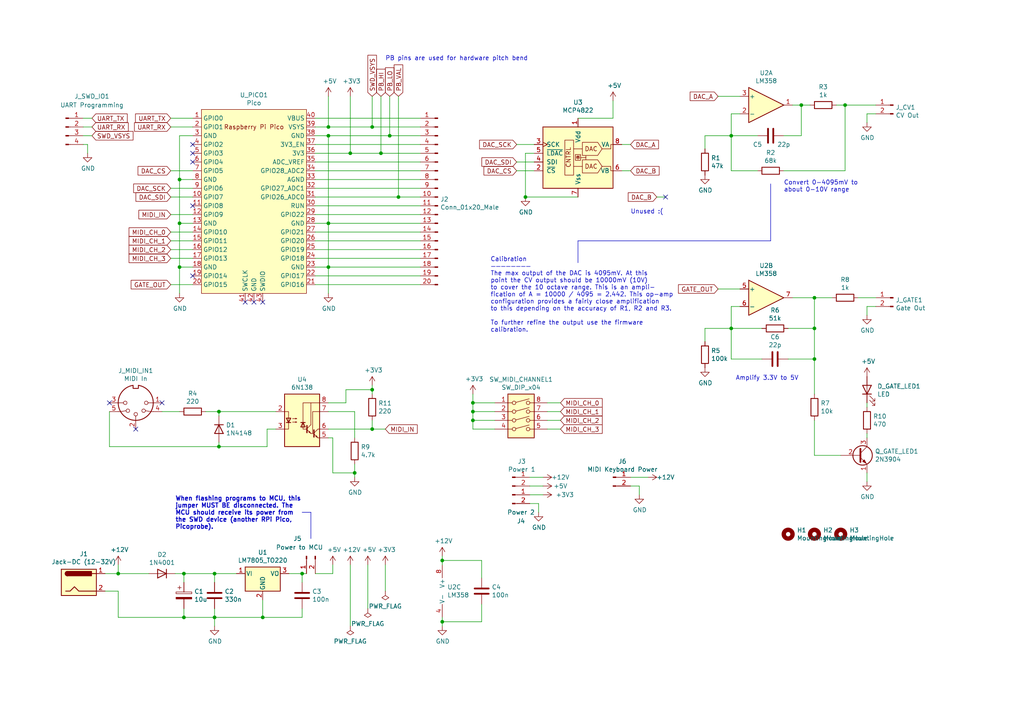
<source format=kicad_sch>
(kicad_sch (version 20230121) (generator eeschema)
  (paper "A4")
  (title_block (title "Midi to CV") (company "Shmøergh"))
  (lib_symbols
    (symbol "Amplifier_Operational:LM358" (pin_names (offset 0.127))
      (property "Reference" "U" (at 0 5.08 0))
      (property "Value" "LM358" (at 0 -5.08 0))
      (symbol "LM358_1_1"
        (pin output line (at 7.62 0 180) (length 2.54) (name "~") (number "1"))
        (pin input line (at -7.62 -2.54 0) (length 2.54) (name "-") (number "2"))
        (pin input line (at -7.62 2.54 0) (length 2.54) (name "+") (number "3"))
      )
      (symbol "LM358_2_1"
        (pin input line (at -7.62 2.54 0) (length 2.54) (name "+") (number "5"))
        (pin input line (at -7.62 -2.54 0) (length 2.54) (name "-") (number "6"))
        (pin output line (at 7.62 0 180) (length 2.54) (name "~") (number "7"))
      )
      (symbol "LM358_3_1"
        (pin power_in line (at -2.54 -7.62 90) (length 3.81) (name "V-") (number "4"))
        (pin power_in line (at -2.54 7.62 270) (length 3.81) (name "V+") (number "8"))
      )
    )
    (symbol "Analog_DAC:MCP4822" (pin_names (offset 1.016))
      (property "Reference" "U" (at -2.54 10.795 0))
      (property "Value" "MCP4822" (at -2.54 8.89 0))
      (symbol "MCP4822_0_0"
        (text "CNTRL" (at -2.032 -4.191 900) (effects (font (size 1.27 1.27)) (justify left bottom)))
        (text "DAC" (at 3.81 -3.81 0) (effects (font (size 1.27 1.27))))
        (text "DAC" (at 3.81 1.27 0) (effects (font (size 1.27 1.27))))
      )
      (symbol "MCP4822_1_1"
        (pin power_in line (at 0 10.16 270) (length 2.54) (name "Vdd") (number "1"))
        (pin input line (at -12.7 -5.08 0) (length 2.54) (name "~{CS}") (number "2"))
        (pin input clock (at -12.7 2.54 0) (length 2.54) (name "SCK") (number "3"))
        (pin input line (at -12.7 -2.54 0) (length 2.54) (name "SDI") (number "4"))
        (pin input line (at -12.7 0 0) (length 2.54) (name "~{LDAC}") (number "5"))
        (pin output line (at 12.7 -5.08 180) (length 2.54) (name "VB") (number "6"))
        (pin power_in line (at 0 -12.7 90) (length 2.54) (name "Vss") (number "7"))
        (pin output line (at 12.7 2.54 180) (length 2.54) (name "VA") (number "8"))
      )
    )
    (symbol "Connector:DIN-5_180degree" (pin_names (offset 1.016))
      (property "Reference" "J" (at 3.175 5.715 0))
      (property "Value" "DIN-5_180degree" (at 0 -6.35 0))
      (symbol "DIN-5_180degree_1_1"
        (pin passive line (at -7.62 0 0) (length 2.54) (name "~") (number "1"))
        (pin passive line (at 0 7.62 270) (length 2.54) (name "~") (number "2"))
        (pin passive line (at 7.62 0 180) (length 2.54) (name "~") (number "3"))
        (pin passive line (at -7.62 2.54 0) (length 2.54) (name "~") (number "4"))
        (pin passive line (at 7.62 2.54 180) (length 2.54) (name "~") (number "5"))
      )
    )
    (symbol "Connector:Jack-DC" (pin_names (offset 1.016))
      (property "Reference" "J" (at 0 5.334 0))
      (property "Value" "Jack-DC" (at 0 -5.08 0))
      (symbol "Jack-DC_1_1"
        (pin passive line (at 7.62 2.54 180) (length 2.54) (name "~") (number "1"))
        (pin passive line (at 7.62 -2.54 180) (length 2.54) (name "~") (number "2"))
      )
    )
    (symbol "Device:C" (pin_numbers hide) (pin_names (offset 0.254))
      (property "Reference" "C" (at 0.635 2.54 0))
      (property "Value" "C" (at 0.635 -2.54 0))
      (symbol "C_1_1"
        (pin passive line (at 0 3.81 270) (length 2.794) (name "~") (number "1"))
        (pin passive line (at 0 -3.81 90) (length 2.794) (name "~") (number "2"))
      )
    )
    (symbol "Device:D" (pin_numbers hide) (pin_names (offset 1.016) hide)
      (property "Reference" "D" (at 0 2.54 0))
      (property "Value" "D" (at 0 -2.54 0))
      (symbol "D_1_1"
        (pin passive line (at -3.81 0 0) (length 2.54) (name "K") (number "1"))
        (pin passive line (at 3.81 0 180) (length 2.54) (name "A") (number "2"))
      )
    )
    (symbol "Device:LED" (pin_numbers hide) (pin_names (offset 1.016) hide)
      (property "Reference" "D" (at 0 2.54 0))
      (property "Value" "LED" (at 0 -2.54 0))
      (symbol "LED_1_1"
        (pin passive line (at -3.81 0 0) (length 2.54) (name "K") (number "1"))
        (pin passive line (at 3.81 0 180) (length 2.54) (name "A") (number "2"))
      )
    )
    (symbol "Device:R" (pin_numbers hide) (pin_names (offset 0))
      (property "Reference" "R" (at 2.032 0 90))
      (property "Value" "R" (at 0 0 90))
      (symbol "R_1_1"
        (pin passive line (at 0 3.81 270) (length 1.27) (name "~") (number "1"))
        (pin passive line (at 0 -3.81 90) (length 1.27) (name "~") (number "2"))
      )
    )
    (symbol "Isolator:6N138" (pin_names (offset 1.016) hide)
      (property "Reference" "U" (at -4.064 8.89 0))
      (property "Value" "6N138" (at 2.286 8.89 0))
      (symbol "6N138_1_1"
        (pin no_connect line (at -5.08 5.08 0) (length 2.54) hide (name "NC") (number "1"))
        (pin passive line (at -7.62 2.54 0) (length 2.54) (name "C1") (number "2"))
        (pin passive line (at -7.62 -2.54 0) (length 2.54) (name "C2") (number "3"))
        (pin no_connect line (at -5.08 -5.08 0) (length 2.54) hide (name "NC") (number "4"))
        (pin passive line (at 7.62 -5.08 180) (length 2.54) (name "GND") (number "5"))
        (pin passive line (at 7.62 -2.54 180) (length 2.54) (name "VO2") (number "6"))
        (pin passive line (at 7.62 2.54 180) (length 2.54) (name "VO1") (number "7"))
        (pin passive line (at 7.62 5.08 180) (length 2.54) (name "VCC") (number "8"))
      )
    )
    (symbol "Mechanical:MountingHole" (pin_names (offset 1.016))
      (property "Reference" "H" (at 0 5.08 0))
      (property "Value" "MountingHole" (at 0 3.175 0))
    )
    (symbol "Regulator_Linear:LM7805_TO220" (pin_names (offset 0.254))
      (property "Reference" "U" (at -3.81 3.175 0))
      (property "Value" "LM7805_TO220" (at 0 3.175 0))
      (symbol "LM7805_TO220_1_1"
        (pin power_in line (at -7.62 0 0) (length 2.54) (name "VI") (number "1"))
        (pin power_in line (at 0 -7.62 90) (length 2.54) (name "GND") (number "2"))
        (pin power_out line (at 7.62 0 180) (length 2.54) (name "VO") (number "3"))
      )
    )
    (symbol "Switch:SW_DIP_x04" (pin_names (offset 0) hide)
      (property "Reference" "SW" (at 0 8.89 0))
      (property "Value" "SW_DIP_x04" (at 0 -6.35 0))
      (symbol "SW_DIP_x04_1_1"
        (pin passive line (at -7.62 5.08 0) (length 5.08) (name "~") (number "1"))
        (pin passive line (at -7.62 2.54 0) (length 5.08) (name "~") (number "2"))
        (pin passive line (at -7.62 0 0) (length 5.08) (name "~") (number "3"))
        (pin passive line (at -7.62 -2.54 0) (length 5.08) (name "~") (number "4"))
        (pin passive line (at 7.62 -2.54 180) (length 5.08) (name "~") (number "5"))
        (pin passive line (at 7.62 0 180) (length 5.08) (name "~") (number "6"))
        (pin passive line (at 7.62 2.54 180) (length 5.08) (name "~") (number "7"))
        (pin passive line (at 7.62 5.08 180) (length 5.08) (name "~") (number "8"))
      )
    )
    (symbol "Transistor_BJT:2N3904" (pin_names (offset 0) hide)
      (property "Reference" "Q" (at 5.08 1.905 0))
      (property "Value" "2N3904" (at 5.08 0 0))
      (symbol "2N3904_1_1"
        (pin passive line (at 2.54 -5.08 90) (length 2.54) (name "E") (number "1"))
        (pin passive line (at -5.08 0 0) (length 5.715) (name "B") (number "2"))
        (pin passive line (at 2.54 5.08 270) (length 2.54) (name "C") (number "3"))
      )
    )
    (symbol "pico-midi2cv-rescue:+3.3V-power" (power) (pin_names (offset 0))
      (property "Value" "+3.3V-power" (at 0 3.556 0))
      (symbol "+3.3V-power_1_1"
        (pin power_in line (at 0 0 90) (length 0) hide (name "+3V3") (number "1"))
      )
    )
    (symbol "pico-midi2cv-rescue:CP-Device" (pin_numbers hide) (pin_names (offset 0.254))
      (property "Reference" "C" (at 0.635 2.54 0))
      (property "Value" "Device_CP" (at 0.635 -2.54 0))
      (symbol "CP-Device_1_1"
        (pin passive line (at 0 3.81 270) (length 2.794) (name "~") (number "1"))
        (pin passive line (at 0 -3.81 90) (length 2.794) (name "~") (number "2"))
      )
    )
    (symbol "pico-midi2cv-rescue:Conn_01x02_Male-Connector" (pin_names (offset 1.016) hide)
      (property "Reference" "J" (at 0 2.54 0))
      (property "Value" "Connector_Conn_01x02_Male" (at 0 -5.08 0))
      (symbol "Conn_01x02_Male-Connector_1_1"
        (pin passive line (at 5.08 0 180) (length 3.81) (name "Pin_1") (number "1"))
        (pin passive line (at 5.08 -2.54 180) (length 3.81) (name "Pin_2") (number "2"))
      )
    )
    (symbol "pico-midi2cv-rescue:Conn_01x04_Male-Connector" (pin_names (offset 1.016) hide)
      (property "Reference" "J" (at 0 5.08 0))
      (property "Value" "Connector_Conn_01x04_Male" (at 0 -7.62 0))
      (symbol "Conn_01x04_Male-Connector_1_1"
        (pin passive line (at 5.08 2.54 180) (length 3.81) (name "Pin_1") (number "1"))
        (pin passive line (at 5.08 0 180) (length 3.81) (name "Pin_2") (number "2"))
        (pin passive line (at 5.08 -2.54 180) (length 3.81) (name "Pin_3") (number "3"))
        (pin passive line (at 5.08 -5.08 180) (length 3.81) (name "Pin_4") (number "4"))
      )
    )
    (symbol "pico-midi2cv-rescue:Conn_01x20_Male-Connector" (pin_names (offset 1.016) hide)
      (property "Reference" "J" (at 0 25.4 0))
      (property "Value" "Connector_Conn_01x20_Male" (at 0 -27.94 0))
      (symbol "Conn_01x20_Male-Connector_1_1"
        (pin passive line (at 5.08 22.86 180) (length 3.81) (name "Pin_1") (number "1"))
        (pin passive line (at 5.08 0 180) (length 3.81) (name "Pin_10") (number "10"))
        (pin passive line (at 5.08 -2.54 180) (length 3.81) (name "Pin_11") (number "11"))
        (pin passive line (at 5.08 -5.08 180) (length 3.81) (name "Pin_12") (number "12"))
        (pin passive line (at 5.08 -7.62 180) (length 3.81) (name "Pin_13") (number "13"))
        (pin passive line (at 5.08 -10.16 180) (length 3.81) (name "Pin_14") (number "14"))
        (pin passive line (at 5.08 -12.7 180) (length 3.81) (name "Pin_15") (number "15"))
        (pin passive line (at 5.08 -15.24 180) (length 3.81) (name "Pin_16") (number "16"))
        (pin passive line (at 5.08 -17.78 180) (length 3.81) (name "Pin_17") (number "17"))
        (pin passive line (at 5.08 -20.32 180) (length 3.81) (name "Pin_18") (number "18"))
        (pin passive line (at 5.08 -22.86 180) (length 3.81) (name "Pin_19") (number "19"))
        (pin passive line (at 5.08 20.32 180) (length 3.81) (name "Pin_2") (number "2"))
        (pin passive line (at 5.08 -25.4 180) (length 3.81) (name "Pin_20") (number "20"))
        (pin passive line (at 5.08 17.78 180) (length 3.81) (name "Pin_3") (number "3"))
        (pin passive line (at 5.08 15.24 180) (length 3.81) (name "Pin_4") (number "4"))
        (pin passive line (at 5.08 12.7 180) (length 3.81) (name "Pin_5") (number "5"))
        (pin passive line (at 5.08 10.16 180) (length 3.81) (name "Pin_6") (number "6"))
        (pin passive line (at 5.08 7.62 180) (length 3.81) (name "Pin_7") (number "7"))
        (pin passive line (at 5.08 5.08 180) (length 3.81) (name "Pin_8") (number "8"))
        (pin passive line (at 5.08 2.54 180) (length 3.81) (name "Pin_9") (number "9"))
      )
    )
    (symbol "pico-midi2cv-rescue:Pico-MCU_RaspberryPi_and_Boards"
      (property "Reference" "U" (at -13.97 27.94 0))
      (property "Value" "MCU_RaspberryPi_and_Boards_Pico" (at 0 19.05 0))
      (symbol "Pico-MCU_RaspberryPi_and_Boards_0_0"
        (text "Raspberry Pi Pico" (at 0 21.59 0) (effects (font (size 1.27 1.27))))
      )
      (symbol "Pico-MCU_RaspberryPi_and_Boards_1_1"
        (pin bidirectional line (at -17.78 24.13 0) (length 2.54) (name "GPIO0") (number "1"))
        (pin bidirectional line (at -17.78 1.27 0) (length 2.54) (name "GPIO7") (number "10"))
        (pin bidirectional line (at -17.78 -1.27 0) (length 2.54) (name "GPIO8") (number "11"))
        (pin bidirectional line (at -17.78 -3.81 0) (length 2.54) (name "GPIO9") (number "12"))
        (pin power_in line (at -17.78 -6.35 0) (length 2.54) (name "GND") (number "13"))
        (pin bidirectional line (at -17.78 -8.89 0) (length 2.54) (name "GPIO10") (number "14"))
        (pin bidirectional line (at -17.78 -11.43 0) (length 2.54) (name "GPIO11") (number "15"))
        (pin bidirectional line (at -17.78 -13.97 0) (length 2.54) (name "GPIO12") (number "16"))
        (pin bidirectional line (at -17.78 -16.51 0) (length 2.54) (name "GPIO13") (number "17"))
        (pin power_in line (at -17.78 -19.05 0) (length 2.54) (name "GND") (number "18"))
        (pin bidirectional line (at -17.78 -21.59 0) (length 2.54) (name "GPIO14") (number "19"))
        (pin bidirectional line (at -17.78 21.59 0) (length 2.54) (name "GPIO1") (number "2"))
        (pin bidirectional line (at -17.78 -24.13 0) (length 2.54) (name "GPIO15") (number "20"))
        (pin bidirectional line (at 17.78 -24.13 180) (length 2.54) (name "GPIO16") (number "21"))
        (pin bidirectional line (at 17.78 -21.59 180) (length 2.54) (name "GPIO17") (number "22"))
        (pin power_in line (at 17.78 -19.05 180) (length 2.54) (name "GND") (number "23"))
        (pin bidirectional line (at 17.78 -16.51 180) (length 2.54) (name "GPIO18") (number "24"))
        (pin bidirectional line (at 17.78 -13.97 180) (length 2.54) (name "GPIO19") (number "25"))
        (pin bidirectional line (at 17.78 -11.43 180) (length 2.54) (name "GPIO20") (number "26"))
        (pin bidirectional line (at 17.78 -8.89 180) (length 2.54) (name "GPIO21") (number "27"))
        (pin power_in line (at 17.78 -6.35 180) (length 2.54) (name "GND") (number "28"))
        (pin bidirectional line (at 17.78 -3.81 180) (length 2.54) (name "GPIO22") (number "29"))
        (pin power_in line (at -17.78 19.05 0) (length 2.54) (name "GND") (number "3"))
        (pin input line (at 17.78 -1.27 180) (length 2.54) (name "RUN") (number "30"))
        (pin bidirectional line (at 17.78 1.27 180) (length 2.54) (name "GPIO26_ADC0") (number "31"))
        (pin bidirectional line (at 17.78 3.81 180) (length 2.54) (name "GPIO27_ADC1") (number "32"))
        (pin power_in line (at 17.78 6.35 180) (length 2.54) (name "AGND") (number "33"))
        (pin bidirectional line (at 17.78 8.89 180) (length 2.54) (name "GPIO28_ADC2") (number "34"))
        (pin power_in line (at 17.78 11.43 180) (length 2.54) (name "ADC_VREF") (number "35"))
        (pin power_in line (at 17.78 13.97 180) (length 2.54) (name "3V3") (number "36"))
        (pin input line (at 17.78 16.51 180) (length 2.54) (name "3V3_EN") (number "37"))
        (pin bidirectional line (at 17.78 19.05 180) (length 2.54) (name "GND") (number "38"))
        (pin power_in line (at 17.78 21.59 180) (length 2.54) (name "VSYS") (number "39"))
        (pin bidirectional line (at -17.78 16.51 0) (length 2.54) (name "GPIO2") (number "4"))
        (pin power_in line (at 17.78 24.13 180) (length 2.54) (name "VBUS") (number "40"))
        (pin input line (at -2.54 -29.21 90) (length 2.54) (name "SWCLK") (number "41"))
        (pin power_in line (at 0 -29.21 90) (length 2.54) (name "GND") (number "42"))
        (pin bidirectional line (at 2.54 -29.21 90) (length 2.54) (name "SWDIO") (number "43"))
        (pin bidirectional line (at -17.78 13.97 0) (length 2.54) (name "GPIO3") (number "5"))
        (pin bidirectional line (at -17.78 11.43 0) (length 2.54) (name "GPIO4") (number "6"))
        (pin bidirectional line (at -17.78 8.89 0) (length 2.54) (name "GPIO5") (number "7"))
        (pin power_in line (at -17.78 6.35 0) (length 2.54) (name "GND") (number "8"))
        (pin bidirectional line (at -17.78 3.81 0) (length 2.54) (name "GPIO6") (number "9"))
      )
    )
    (symbol "power:+12V" (power) (pin_names (offset 0))
      (property "Value" "+12V" (at 0 3.556 0))
      (symbol "+12V_1_1"
        (pin power_in line (at 0 0 90) (length 0) hide (name "+12V") (number "1"))
      )
    )
    (symbol "power:+5V" (power) (pin_names (offset 0))
      (property "Value" "+5V" (at 0 3.556 0))
      (symbol "+5V_1_1"
        (pin power_in line (at 0 0 90) (length 0) hide (name "+5V") (number "1"))
      )
    )
    (symbol "power:GND" (power) (pin_names (offset 0))
      (property "Value" "GND" (at 0 -3.81 0))
      (symbol "GND_1_1"
        (pin power_in line (at 0 0 270) (length 0) hide (name "GND") (number "1"))
      )
    )
    (symbol "power:PWR_FLAG" (power) (pin_numbers hide) (pin_names (offset 0) hide)
      (property "Value" "PWR_FLAG" (at 0 3.81 0))
      (symbol "PWR_FLAG_0_0"
        (pin power_out line (at 0 0 90) (length 0) (name "pwr") (number "1"))
      )
    )
  )
  (junction (at 62.23 179.07))
  (junction (at 232.41 30.48))
  (junction (at 52.07 52.07))
  (junction (at 52.07 64.77))
  (junction (at 53.34 179.07))
  (junction (at 137.16 121.92))
  (junction (at 63.5 129.54))
  (junction (at 110.49 44.45))
  (junction (at 63.5 119.38))
  (junction (at 34.29 166.37))
  (junction (at 52.07 77.47))
  (junction (at 245.11 30.48))
  (junction (at 107.95 124.46))
  (junction (at 53.34 166.37))
  (junction (at 115.57 57.15))
  (junction (at 102.87 137.16))
  (junction (at 236.22 104.14))
  (junction (at 95.25 39.37))
  (junction (at 212.09 39.37))
  (junction (at 101.6 44.45))
  (junction (at 95.25 77.47))
  (junction (at 62.23 166.37))
  (junction (at 128.27 162.56))
  (junction (at 107.95 113.03))
  (junction (at 95.25 64.77))
  (junction (at 113.03 39.37))
  (junction (at 128.27 180.34))
  (junction (at 236.22 86.36))
  (junction (at 152.4 57.15))
  (junction (at 87.63 166.37))
  (junction (at 107.95 36.83))
  (junction (at 137.16 119.38))
  (junction (at 212.09 95.25))
  (junction (at 236.22 95.25))
  (junction (at 76.2 179.07))
  (junction (at 137.16 116.84))
  (junction (at 95.25 36.83))
  (no_connect (at 71.12 87.63))
  (no_connect (at 46.99 116.84))
  (no_connect (at 55.88 80.01))
  (no_connect (at 193.04 57.15))
  (no_connect (at 55.88 46.99))
  (no_connect (at 76.2 87.63))
  (no_connect (at 55.88 41.91))
  (no_connect (at 55.88 44.45))
  (no_connect (at 39.37 124.46))
  (no_connect (at 73.66 87.63))
  (no_connect (at 55.88 59.69))
  (no_connect (at 31.75 116.84))
  (wire (pts (xy 137.16 119.38) (xy 137.16 121.92)))
  (polyline (pts (xy 223.52 69.85) (xy 223.52 53.34)))
  (wire (pts (xy 149.86 46.99) (xy 154.94 46.99)))
  (wire (pts (xy 251.46 88.9) (xy 251.46 91.44)))
  (wire (pts (xy 236.22 104.14) (xy 236.22 95.25)))
  (wire (pts (xy 182.88 41.91) (xy 180.34 41.91)))
  (wire (pts (xy 31.75 119.38) (xy 31.75 129.54)))
  (wire (pts (xy 227.33 49.53) (xy 245.11 49.53)))
  (wire (pts (xy 113.03 39.37) (xy 121.92 39.37)))
  (wire (pts (xy 106.68 176.53) (xy 106.68 163.83)))
  (polyline (pts (xy 167.64 69.85) (xy 223.52 69.85)))
  (wire (pts (xy 212.09 95.25) (xy 204.47 95.25)))
  (wire (pts (xy 143.51 121.92) (xy 137.16 121.92)))
  (wire (pts (xy 137.16 114.3) (xy 137.16 116.84)))
  (wire (pts (xy 236.22 95.25) (xy 236.22 86.36)))
  (wire (pts (xy 228.6 95.25) (xy 236.22 95.25)))
  (wire (pts (xy 111.76 163.83) (xy 111.76 171.45)))
  (wire (pts (xy 52.07 64.77) (xy 52.07 52.07)))
  (wire (pts (xy 53.34 168.91) (xy 53.34 166.37)))
  (wire (pts (xy 115.57 57.15) (xy 121.92 57.15)))
  (wire (pts (xy 62.23 168.91) (xy 62.23 166.37)))
  (wire (pts (xy 162.56 124.46) (xy 158.75 124.46)))
  (wire (pts (xy 62.23 181.61) (xy 62.23 179.07)))
  (wire (pts (xy 187.96 138.43) (xy 182.88 138.43)))
  (wire (pts (xy 87.63 166.37) (xy 87.63 168.91)))
  (wire (pts (xy 49.53 74.93) (xy 55.88 74.93)))
  (wire (pts (xy 91.44 77.47) (xy 95.25 77.47)))
  (wire (pts (xy 91.44 67.31) (xy 121.92 67.31)))
  (wire (pts (xy 162.56 116.84) (xy 158.75 116.84)))
  (wire (pts (xy 95.25 127) (xy 96.52 127)))
  (wire (pts (xy 83.82 166.37) (xy 87.63 166.37)))
  (wire (pts (xy 91.44 52.07) (xy 121.92 52.07)))
  (wire (pts (xy 101.6 44.45) (xy 110.49 44.45)))
  (wire (pts (xy 25.4 44.45) (xy 25.4 41.91)))
  (wire (pts (xy 26.67 39.37) (xy 24.13 39.37)))
  (wire (pts (xy 232.41 30.48) (xy 234.95 30.48)))
  (wire (pts (xy 91.44 74.93) (xy 121.92 74.93)))
  (wire (pts (xy 50.8 166.37) (xy 53.34 166.37)))
  (wire (pts (xy 254 33.02) (xy 251.46 33.02)))
  (wire (pts (xy 49.53 72.39) (xy 55.88 72.39)))
  (wire (pts (xy 34.29 171.45) (xy 34.29 179.07)))
  (wire (pts (xy 52.07 85.09) (xy 52.07 77.47)))
  (wire (pts (xy 128.27 179.07) (xy 128.27 180.34)))
  (wire (pts (xy 59.69 119.38) (xy 63.5 119.38)))
  (wire (pts (xy 24.13 34.29) (xy 26.67 34.29)))
  (wire (pts (xy 102.87 138.43) (xy 102.87 137.16)))
  (wire (pts (xy 62.23 179.07) (xy 62.23 176.53)))
  (wire (pts (xy 63.5 119.38) (xy 80.01 119.38)))
  (wire (pts (xy 128.27 180.34) (xy 128.27 181.61)))
  (wire (pts (xy 113.03 27.94) (xy 113.03 39.37)))
  (wire (pts (xy 107.95 111.76) (xy 107.95 113.03)))
  (wire (pts (xy 52.07 77.47) (xy 52.07 64.77)))
  (wire (pts (xy 52.07 39.37) (xy 55.88 39.37)))
  (wire (pts (xy 53.34 166.37) (xy 62.23 166.37)))
  (wire (pts (xy 76.2 179.07) (xy 87.63 179.07)))
  (wire (pts (xy 149.86 41.91) (xy 154.94 41.91)))
  (wire (pts (xy 107.95 124.46) (xy 107.95 121.92)))
  (wire (pts (xy 49.53 82.55) (xy 55.88 82.55)))
  (wire (pts (xy 128.27 162.56) (xy 128.27 163.83)))
  (wire (pts (xy 102.87 119.38) (xy 95.25 119.38)))
  (wire (pts (xy 177.8 29.21) (xy 177.8 34.29)))
  (wire (pts (xy 91.44 59.69) (xy 121.92 59.69)))
  (wire (pts (xy 220.98 95.25) (xy 212.09 95.25)))
  (wire (pts (xy 137.16 121.92) (xy 137.16 124.46)))
  (wire (pts (xy 236.22 121.92) (xy 236.22 132.08)))
  (wire (pts (xy 49.53 67.31) (xy 55.88 67.31)))
  (wire (pts (xy 107.95 113.03) (xy 107.95 114.3)))
  (wire (pts (xy 102.87 127) (xy 102.87 119.38)))
  (wire (pts (xy 214.63 33.02) (xy 212.09 33.02)))
  (wire (pts (xy 157.48 143.51) (xy 153.67 143.51)))
  (polyline (pts (xy 167.64 76.2) (xy 167.64 69.85)))
  (wire (pts (xy 91.44 49.53) (xy 121.92 49.53)))
  (wire (pts (xy 88.9 166.37) (xy 87.63 166.37)))
  (wire (pts (xy 100.33 116.84) (xy 100.33 113.03)))
  (wire (pts (xy 128.27 162.56) (xy 139.7 162.56)))
  (wire (pts (xy 251.46 33.02) (xy 251.46 35.56)))
  (wire (pts (xy 91.44 44.45) (xy 101.6 44.45)))
  (wire (pts (xy 149.86 49.53) (xy 154.94 49.53)))
  (wire (pts (xy 227.33 39.37) (xy 232.41 39.37)))
  (wire (pts (xy 91.44 82.55) (xy 121.92 82.55)))
  (wire (pts (xy 55.88 77.47) (xy 52.07 77.47)))
  (wire (pts (xy 236.22 114.3) (xy 236.22 104.14)))
  (wire (pts (xy 157.48 140.97) (xy 153.67 140.97)))
  (polyline (pts (xy 90.17 148.59) (xy 90.17 156.21)))
  (wire (pts (xy 96.52 137.16) (xy 102.87 137.16)))
  (wire (pts (xy 152.4 57.15) (xy 167.64 57.15)))
  (wire (pts (xy 204.47 39.37) (xy 204.47 43.18)))
  (wire (pts (xy 95.25 116.84) (xy 100.33 116.84)))
  (wire (pts (xy 115.57 27.94) (xy 115.57 57.15)))
  (wire (pts (xy 110.49 27.94) (xy 110.49 44.45)))
  (wire (pts (xy 30.48 166.37) (xy 34.29 166.37)))
  (wire (pts (xy 185.42 143.51) (xy 185.42 140.97)))
  (wire (pts (xy 91.44 80.01) (xy 121.92 80.01)))
  (wire (pts (xy 229.87 30.48) (xy 232.41 30.48)))
  (wire (pts (xy 204.47 95.25) (xy 204.47 99.06)))
  (wire (pts (xy 34.29 166.37) (xy 43.18 166.37)))
  (wire (pts (xy 182.88 49.53) (xy 180.34 49.53)))
  (wire (pts (xy 254 88.9) (xy 251.46 88.9)))
  (wire (pts (xy 96.52 166.37) (xy 91.44 166.37)))
  (wire (pts (xy 107.95 27.94) (xy 107.95 36.83)))
  (wire (pts (xy 212.09 88.9) (xy 212.09 95.25)))
  (wire (pts (xy 128.27 161.29) (xy 128.27 162.56)))
  (wire (pts (xy 219.71 39.37) (xy 212.09 39.37)))
  (wire (pts (xy 95.25 36.83) (xy 107.95 36.83)))
  (wire (pts (xy 55.88 64.77) (xy 52.07 64.77)))
  (wire (pts (xy 76.2 173.99) (xy 76.2 179.07)))
  (wire (pts (xy 208.28 27.94) (xy 214.63 27.94)))
  (wire (pts (xy 95.25 124.46) (xy 107.95 124.46)))
  (wire (pts (xy 143.51 119.38) (xy 137.16 119.38)))
  (wire (pts (xy 55.88 52.07) (xy 52.07 52.07)))
  (wire (pts (xy 137.16 124.46) (xy 143.51 124.46)))
  (wire (pts (xy 49.53 49.53) (xy 55.88 49.53)))
  (wire (pts (xy 62.23 179.07) (xy 76.2 179.07)))
  (wire (pts (xy 25.4 41.91) (xy 24.13 41.91)))
  (wire (pts (xy 95.25 39.37) (xy 113.03 39.37)))
  (wire (pts (xy 95.25 64.77) (xy 121.92 64.77)))
  (wire (pts (xy 55.88 54.61) (xy 49.53 54.61)))
  (wire (pts (xy 157.48 138.43) (xy 153.67 138.43)))
  (wire (pts (xy 137.16 116.84) (xy 137.16 119.38)))
  (wire (pts (xy 101.6 27.94) (xy 101.6 44.45)))
  (wire (pts (xy 95.25 85.09) (xy 95.25 77.47)))
  (wire (pts (xy 229.87 86.36) (xy 236.22 86.36)))
  (wire (pts (xy 91.44 41.91) (xy 121.92 41.91)))
  (wire (pts (xy 91.44 69.85) (xy 121.92 69.85)))
  (wire (pts (xy 212.09 104.14) (xy 212.09 95.25)))
  (wire (pts (xy 91.44 54.61) (xy 121.92 54.61)))
  (wire (pts (xy 139.7 162.56) (xy 139.7 167.64)))
  (wire (pts (xy 156.21 146.05) (xy 153.67 146.05)))
  (wire (pts (xy 95.25 39.37) (xy 91.44 39.37)))
  (wire (pts (xy 49.53 69.85) (xy 55.88 69.85)))
  (wire (pts (xy 49.53 34.29) (xy 55.88 34.29)))
  (wire (pts (xy 143.51 116.84) (xy 137.16 116.84)))
  (wire (pts (xy 96.52 127) (xy 96.52 137.16)))
  (wire (pts (xy 34.29 179.07) (xy 53.34 179.07)))
  (wire (pts (xy 242.57 30.48) (xy 245.11 30.48)))
  (wire (pts (xy 251.46 139.7) (xy 251.46 137.16)))
  (wire (pts (xy 91.44 36.83) (xy 95.25 36.83)))
  (wire (pts (xy 95.25 77.47) (xy 121.92 77.47)))
  (wire (pts (xy 91.44 72.39) (xy 121.92 72.39)))
  (polyline (pts (xy 87.63 148.59) (xy 90.17 148.59)))
  (wire (pts (xy 96.52 163.83) (xy 96.52 166.37)))
  (wire (pts (xy 185.42 140.97) (xy 182.88 140.97)))
  (wire (pts (xy 212.09 39.37) (xy 204.47 39.37)))
  (wire (pts (xy 53.34 176.53) (xy 53.34 179.07)))
  (wire (pts (xy 46.99 119.38) (xy 52.07 119.38)))
  (wire (pts (xy 63.5 129.54) (xy 63.5 128.27)))
  (wire (pts (xy 91.44 62.23) (xy 121.92 62.23)))
  (wire (pts (xy 53.34 179.07) (xy 62.23 179.07)))
  (wire (pts (xy 248.92 86.36) (xy 254 86.36)))
  (wire (pts (xy 102.87 137.16) (xy 102.87 134.62)))
  (wire (pts (xy 24.13 36.83) (xy 26.67 36.83)))
  (wire (pts (xy 110.49 44.45) (xy 121.92 44.45)))
  (wire (pts (xy 34.29 163.83) (xy 34.29 166.37)))
  (wire (pts (xy 154.94 44.45) (xy 152.4 44.45)))
  (wire (pts (xy 208.28 83.82) (xy 214.63 83.82)))
  (wire (pts (xy 236.22 86.36) (xy 241.3 86.36)))
  (wire (pts (xy 30.48 171.45) (xy 34.29 171.45)))
  (wire (pts (xy 156.21 148.59) (xy 156.21 146.05)))
  (wire (pts (xy 62.23 166.37) (xy 68.58 166.37)))
  (wire (pts (xy 212.09 39.37) (xy 212.09 49.53)))
  (wire (pts (xy 232.41 39.37) (xy 232.41 30.48)))
  (wire (pts (xy 63.5 129.54) (xy 77.47 129.54)))
  (wire (pts (xy 95.25 27.94) (xy 95.25 36.83)))
  (wire (pts (xy 49.53 36.83) (xy 55.88 36.83)))
  (wire (pts (xy 152.4 44.45) (xy 152.4 57.15)))
  (wire (pts (xy 31.75 129.54) (xy 63.5 129.54)))
  (wire (pts (xy 162.56 121.92) (xy 158.75 121.92)))
  (wire (pts (xy 177.8 34.29) (xy 167.64 34.29)))
  (wire (pts (xy 91.44 64.77) (xy 95.25 64.77)))
  (wire (pts (xy 190.5 57.15) (xy 193.04 57.15)))
  (wire (pts (xy 236.22 132.08) (xy 243.84 132.08)))
  (wire (pts (xy 251.46 116.84) (xy 251.46 118.11)))
  (wire (pts (xy 245.11 30.48) (xy 254 30.48)))
  (wire (pts (xy 91.44 57.15) (xy 115.57 57.15)))
  (wire (pts (xy 49.53 62.23) (xy 55.88 62.23)))
  (wire (pts (xy 49.53 57.15) (xy 55.88 57.15)))
  (wire (pts (xy 95.25 77.47) (xy 95.25 64.77)))
  (wire (pts (xy 228.6 104.14) (xy 236.22 104.14)))
  (wire (pts (xy 162.56 119.38) (xy 158.75 119.38)))
  (wire (pts (xy 91.44 34.29) (xy 121.92 34.29)))
  (wire (pts (xy 139.7 180.34) (xy 128.27 180.34)))
  (wire (pts (xy 220.98 104.14) (xy 212.09 104.14)))
  (wire (pts (xy 212.09 33.02) (xy 212.09 39.37)))
  (wire (pts (xy 77.47 129.54) (xy 77.47 124.46)))
  (wire (pts (xy 52.07 52.07) (xy 52.07 39.37)))
  (wire (pts (xy 63.5 119.38) (xy 63.5 120.65)))
  (wire (pts (xy 77.47 124.46) (xy 80.01 124.46)))
  (wire (pts (xy 212.09 49.53) (xy 219.71 49.53)))
  (wire (pts (xy 100.33 113.03) (xy 107.95 113.03)))
  (wire (pts (xy 251.46 125.73) (xy 251.46 127)))
  (wire (pts (xy 87.63 179.07) (xy 87.63 176.53)))
  (wire (pts (xy 139.7 175.26) (xy 139.7 180.34)))
  (wire (pts (xy 107.95 36.83) (xy 121.92 36.83)))
  (wire (pts (xy 91.44 46.99) (xy 121.92 46.99)))
  (wire (pts (xy 95.25 64.77) (xy 95.25 39.37)))
  (wire (pts (xy 245.11 49.53) (xy 245.11 30.48)))
  (wire (pts (xy 214.63 88.9) (xy 212.09 88.9)))
  (wire (pts (xy 111.76 124.46) (xy 107.95 124.46)))
  (wire (pts (xy 101.6 163.83) (xy 101.6 181.61)))
  (text "Amplify 3.3V to 5V" (at 213.36 110.49 0) (effects (font (size 1.27 1.27)) (justify left bottom)))
  (text "PB pins are used for hardware pitch bend" (at 111.76 17.78 0) (effects (font (size 1.27 1.27)) (justify left bottom)))
  (text "Convert 0-4095mV to \nabout 0-10V range" (at 227.33 55.88 0) (effects (font (size 1.27 1.27)) (justify left bottom)))
  (text "Unused :(" (at 182.88 62.23 0) (effects (font (size 1.27 1.27)) (justify left bottom)))
  (text "When flashing programs to MCU, this \njumper MUST BE disconnected. The \nMCU should receive its power from \nthe SWD device (another RPi Pico, \nPicoprobe)." (at 50.8 153.67 0) (effects (font (size 1.27 1.27) (thickness 0.254) bold) (justify left bottom)))
  (text "Calibration\n————————\nThe max output of the DAC is 4095mV. At this\npoint the CV output should be 10000mV (10V)\nto cover the 10 octave range. This is an ampli-\nfication of A = 10000 / 4095 = 2.442. This op-amp\nconfiguration provides a fairly close amplification\nto this depending on the accuracy of R1, R2 and R3.\n\nTo further refine the output use the firmware\ncalibration." (at 142.24 96.52 0) (effects (font (size 1.27 1.27)) (justify left bottom)))
  (global_label "SWD_VSYS" (shape input) (at 26.67 39.37 0) (property "Intersheetrefs" "${INTERSHEET_REFS}" (effects hide)))
  (global_label "MIDI_CH_3" (shape input) (at 49.53 74.93 180) (property "Intersheetrefs" "${INTERSHEET_REFS}" (effects hide)))
  (global_label "DAC_A" (shape input) (at 208.28 27.94 180) (property "Intersheetrefs" "${INTERSHEET_REFS}" (effects hide)))
  (global_label "MIDI_CH_0" (shape input) (at 162.56 116.84 0) (property "Intersheetrefs" "${INTERSHEET_REFS}" (effects hide)))
  (global_label "PB_HI" (shape input) (at 110.49 27.94 90) (property "Intersheetrefs" "${INTERSHEET_REFS}" (effects hide)))
  (global_label "UART_RX" (shape input) (at 26.67 36.83 0) (property "Intersheetrefs" "${INTERSHEET_REFS}" (effects hide)))
  (global_label "GATE_OUT" (shape input) (at 208.28 83.82 180) (property "Intersheetrefs" "${INTERSHEET_REFS}" (effects hide)))
  (global_label "DAC_B" (shape input) (at 182.88 49.53 0) (property "Intersheetrefs" "${INTERSHEET_REFS}" (effects hide)))
  (global_label "DAC_SCK" (shape input) (at 149.86 41.91 180) (property "Intersheetrefs" "${INTERSHEET_REFS}" (effects hide)))
  (global_label "MIDI_IN" (shape input) (at 111.76 124.46 0) (property "Intersheetrefs" "${INTERSHEET_REFS}" (effects hide)))
  (global_label "MIDI_IN" (shape input) (at 49.53 62.23 180) (property "Intersheetrefs" "${INTERSHEET_REFS}" (effects hide)))
  (global_label "PB_LO" (shape input) (at 113.03 27.94 90) (property "Intersheetrefs" "${INTERSHEET_REFS}" (effects hide)))
  (global_label "MIDI_CH_0" (shape input) (at 49.53 67.31 180) (property "Intersheetrefs" "${INTERSHEET_REFS}" (effects hide)))
  (global_label "UART_TX" (shape input) (at 26.67 34.29 0) (property "Intersheetrefs" "${INTERSHEET_REFS}" (effects hide)))
  (global_label "DAC_B" (shape input) (at 190.5 57.15 180) (property "Intersheetrefs" "${INTERSHEET_REFS}" (effects hide)))
  (global_label "PB_VAL" (shape input) (at 115.57 27.94 90) (property "Intersheetrefs" "${INTERSHEET_REFS}" (effects hide)))
  (global_label "GATE_OUT" (shape input) (at 49.53 82.55 180) (property "Intersheetrefs" "${INTERSHEET_REFS}" (effects hide)))
  (global_label "MIDI_CH_2" (shape input) (at 49.53 72.39 180) (property "Intersheetrefs" "${INTERSHEET_REFS}" (effects hide)))
  (global_label "UART_RX" (shape input) (at 49.53 36.83 180) (property "Intersheetrefs" "${INTERSHEET_REFS}" (effects hide)))
  (global_label "DAC_SDI" (shape input) (at 49.53 57.15 180) (property "Intersheetrefs" "${INTERSHEET_REFS}" (effects hide)))
  (global_label "MIDI_CH_2" (shape input) (at 162.56 121.92 0) (property "Intersheetrefs" "${INTERSHEET_REFS}" (effects hide)))
  (global_label "DAC_CS" (shape input) (at 149.86 49.53 180) (property "Intersheetrefs" "${INTERSHEET_REFS}" (effects hide)))
  (global_label "DAC_A" (shape input) (at 182.88 41.91 0) (property "Intersheetrefs" "${INTERSHEET_REFS}" (effects hide)))
  (global_label "SWD_VSYS" (shape input) (at 107.95 27.94 90) (property "Intersheetrefs" "${INTERSHEET_REFS}" (effects hide)))
  (global_label "UART_TX" (shape input) (at 49.53 34.29 180) (property "Intersheetrefs" "${INTERSHEET_REFS}" (effects hide)))
  (global_label "DAC_SDI" (shape input) (at 149.86 46.99 180) (property "Intersheetrefs" "${INTERSHEET_REFS}" (effects hide)))
  (global_label "DAC_CS" (shape input) (at 49.53 49.53 180) (property "Intersheetrefs" "${INTERSHEET_REFS}" (effects hide)))
  (global_label "MIDI_CH_1" (shape input) (at 162.56 119.38 0) (property "Intersheetrefs" "${INTERSHEET_REFS}" (effects hide)))
  (global_label "DAC_SCK" (shape input) (at 49.53 54.61 180) (property "Intersheetrefs" "${INTERSHEET_REFS}" (effects hide)))
  (global_label "MIDI_CH_3" (shape input) (at 162.56 124.46 0) (property "Intersheetrefs" "${INTERSHEET_REFS}" (effects hide)))
  (global_label "MIDI_CH_1" (shape input) (at 49.53 69.85 180) (property "Intersheetrefs" "${INTERSHEET_REFS}" (effects hide)))
  (symbol (lib_id "Connector:Jack-DC") (at 22.86 168.91 0) (unit 1)
    (property "Reference" "J1" (at 24.3078 160.655 0))
    (property "Value" "Jack-DC (12-32V)" (at 24.3078 162.9664 0))
    (property "Footprint" "Zimo_Manual_PCB:NSL25_01x02_Vertical" (effects hide))
  )
  (symbol (lib_id "power:GND") (at 62.23 181.61 0) (unit 1)
    (property "Reference" "#PWR03" (effects hide))
    (property "Value" "GND" (at 62.357 186.0042 0))
  )
  (symbol (lib_id "power:+12V") (at 34.29 163.83 0) (unit 1)
    (property "Reference" "#PWR01" (effects hide))
    (property "Value" "+12V" (at 34.671 159.4358 0))
  )
  (symbol (lib_id "Device:C") (at 62.23 172.72 0) (unit 1)
    (property "Reference" "C2" (at 65.151 171.5516 0) (effects (justify left)))
    (property "Value" "330n" (at 65.151 173.863 0) (effects (justify left)))
    (property "Footprint" "Zimo_Manual_PCB:C_Disc_D5.0mm_W2.5mm_P2.50mm" (effects hide))
  )
  (symbol (lib_id "Device:C") (at 87.63 172.72 0) (unit 1)
    (property "Reference" "C3" (at 90.551 171.5516 0) (effects (justify left)))
    (property "Value" "100n" (at 90.551 173.863 0) (effects (justify left)))
    (property "Footprint" "Zimo_Manual_PCB:C_Disc_D5.0mm_W2.5mm_P2.50mm" (effects hide))
  )
  (symbol (lib_id "power:+5V") (at 96.52 163.83 0) (unit 1)
    (property "Reference" "#PWR04" (effects hide))
    (property "Value" "+5V" (at 96.901 159.4358 0))
  )
  (symbol (lib_id "pico-midi2cv-rescue:Pico-MCU_RaspberryPi_and_Boards") (at 73.66 58.42 0) (unit 1)
    (property "Reference" "U_PICO1" (at 73.66 27.559 0))
    (property "Value" "Pico" (at 73.66 29.8704 0))
    (property "Footprint" "MCU_RaspberryPi_and_Boards:RPi_Pico_SMD_TH" (effects hide))
  )
  (symbol (lib_id "power:+5V") (at 95.25 27.94 0) (unit 1)
    (property "Reference" "#PWR05" (effects hide))
    (property "Value" "+5V" (at 95.631 23.5458 0))
  )
  (symbol (lib_id "power:GND") (at 95.25 85.09 0) (unit 1)
    (property "Reference" "#PWR06" (effects hide))
    (property "Value" "GND" (at 95.377 89.4842 0))
  )
  (symbol (lib_id "power:GND") (at 52.07 85.09 0) (unit 1)
    (property "Reference" "#PWR02" (effects hide))
    (property "Value" "GND" (at 52.197 89.4842 0))
  )
  (symbol (lib_id "pico-midi2cv-rescue:+3.3V-power") (at 101.6 27.94 0) (unit 1)
    (property "Reference" "#PWR08" (effects hide))
    (property "Value" "+3.3V" (at 101.981 23.5458 0))
  )
  (symbol (lib_id "power:+5V") (at 106.68 163.83 0) (unit 1)
    (property "Reference" "#PWR09" (effects hide))
    (property "Value" "+5V" (at 107.061 159.4358 0))
  )
  (symbol (lib_id "power:+12V") (at 101.6 163.83 0) (unit 1)
    (property "Reference" "#PWR07" (effects hide))
    (property "Value" "+12V" (at 101.981 159.4358 0))
  )
  (symbol (lib_id "pico-midi2cv-rescue:+3.3V-power") (at 111.76 163.83 0) (unit 1)
    (property "Reference" "#PWR010" (effects hide))
    (property "Value" "+3.3V" (at 112.141 159.4358 0))
  )
  (symbol (lib_id "power:PWR_FLAG") (at 101.6 181.61 180) (unit 1)
    (property "Reference" "#FLG01" (effects hide))
    (property "Value" "PWR_FLAG" (at 101.6 186.0042 0))
  )
  (symbol (lib_id "power:PWR_FLAG") (at 106.68 176.53 180) (unit 1)
    (property "Reference" "#FLG02" (effects hide))
    (property "Value" "PWR_FLAG" (at 106.68 180.9242 0))
  )
  (symbol (lib_id "power:PWR_FLAG") (at 111.76 171.45 180) (unit 1)
    (property "Reference" "#FLG03" (effects hide))
    (property "Value" "PWR_FLAG" (at 111.76 175.8442 0))
  )
  (symbol (lib_id "Analog_DAC:MCP4822") (at 167.64 44.45 0) (unit 1)
    (property "Reference" "U3" (at 167.64 29.6926 0))
    (property "Value" "MCP4822" (at 167.64 32.004 0))
    (property "Footprint" "Zimo_Manual_PCB:DIP-8_W7.62mm" (effects hide))
    (property "Datasheet" "http://ww1.microchip.com/downloads/en/DeviceDoc/20002249B.pdf" (effects hide))
  )
  (symbol (lib_id "power:+5V") (at 177.8 29.21 0) (unit 1)
    (property "Reference" "#PWR015" (effects hide))
    (property "Value" "+5V" (at 178.181 24.8158 0))
  )
  (symbol (lib_id "power:GND") (at 152.4 57.15 0) (unit 1)
    (property "Reference" "#PWR012" (effects hide))
    (property "Value" "GND" (at 152.527 61.5442 0))
  )
  (symbol (lib_id "Connector:DIN-5_180degree") (at 39.37 116.84 180) (unit 1)
    (property "Reference" "J_MIDI_IN1" (at 39.37 107.5182 0))
    (property "Value" "MIDI In" (at 39.37 109.8296 0))
    (property "Footprint" "Zimo_Manual_PCB:PinOut_01x05" (effects hide))
    (property "Datasheet" "http://www.mouser.com/ds/2/18/40_c091_abd_e-75918.pdf" (effects hide))
  )
  (symbol (lib_id "Device:R") (at 55.88 119.38 270) (unit 1)
    (property "Reference" "R4" (at 55.88 114.1222 90))
    (property "Value" "220" (at 55.88 116.4336 90))
    (property "Footprint" "Zimo_Manual_PCB:R_Axial_Vertical" (effects hide))
  )
  (symbol (lib_id "Device:D") (at 63.5 124.46 270) (unit 1)
    (property "Reference" "D1" (at 65.532 123.2916 90) (effects (justify left)))
    (property "Value" "1N4148" (at 65.532 125.603 90) (effects (justify left)))
    (property "Footprint" "Zimo_Manual_PCB:D_Axial" (effects hide))
  )
  (symbol (lib_id "Isolator:6N138") (at 87.63 121.92 0) (unit 1)
    (property "Reference" "U4" (at 87.63 110.0582 0))
    (property "Value" "6N138" (at 87.63 112.3696 0))
    (property "Footprint" "Zimo_Manual_PCB:DIP-8_W7.62mm" (effects hide))
    (property "Datasheet" "http://www.onsemi.com/pub/Collateral/HCPL2731-D.pdf" (effects hide))
  )
  (symbol (lib_id "pico-midi2cv-rescue:+3.3V-power") (at 107.95 111.76 0) (unit 1)
    (property "Reference" "#PWR022" (effects hide))
    (property "Value" "+3.3V" (at 108.331 107.3658 0))
  )
  (symbol (lib_id "Device:R") (at 107.95 118.11 0) (unit 1)
    (property "Reference" "R11" (at 109.728 116.9416 0) (effects (justify left)))
    (property "Value" "220" (at 109.728 119.253 0) (effects (justify left)))
    (property "Footprint" "Zimo_Manual_PCB:R_Axial_Vertical" (effects hide))
  )
  (symbol (lib_id "Device:R") (at 102.87 130.81 0) (unit 1)
    (property "Reference" "R9" (at 104.648 129.6416 0) (effects (justify left)))
    (property "Value" "4.7k" (at 104.648 131.953 0) (effects (justify left)))
    (property "Footprint" "Zimo_Manual_PCB:R_Axial_Vertical" (effects hide))
  )
  (symbol (lib_id "power:GND") (at 102.87 138.43 0) (unit 1)
    (property "Reference" "#PWR018" (effects hide))
    (property "Value" "GND" (at 102.997 142.8242 0))
  )
  (symbol (lib_id "Amplifier_Operational:LM358") (at 222.25 30.48 0) (unit 1)
    (property "Reference" "U2" (at 222.25 21.1582 0))
    (property "Value" "LM358" (at 222.25 23.4696 0))
    (property "Footprint" "Zimo_Manual_PCB:DIP-8_W7.62mm" (effects hide))
    (property "Datasheet" "http://www.ti.com/lit/ds/symlink/lm2904-n.pdf" (effects hide))
  )
  (symbol (lib_id "Amplifier_Operational:LM358") (at 222.25 86.36 0) (unit 2)
    (property "Reference" "U2" (at 222.25 77.0382 0))
    (property "Value" "LM358" (at 222.25 79.3496 0))
    (property "Footprint" "Zimo_Manual_PCB:DIP-8_W7.62mm" (effects hide))
    (property "Datasheet" "http://www.ti.com/lit/ds/symlink/lm2904-n.pdf" (effects hide))
  )
  (symbol (lib_id "Amplifier_Operational:LM358") (at 130.81 171.45 0) (unit 3)
    (property "Reference" "U2" (at 129.7432 170.2816 0) (effects (justify left)))
    (property "Value" "LM358" (at 129.7432 172.593 0) (effects (justify left)))
    (property "Footprint" "Zimo_Manual_PCB:DIP-8_W7.62mm" (effects hide))
    (property "Datasheet" "http://www.ti.com/lit/ds/symlink/lm2904-n.pdf" (effects hide))
  )
  (symbol (lib_id "power:GND") (at 128.27 181.61 0) (unit 1)
    (property "Reference" "#PWR014" (effects hide))
    (property "Value" "GND" (at 128.397 186.0042 0))
  )
  (symbol (lib_id "power:+12V") (at 128.27 161.29 0) (unit 1)
    (property "Reference" "#PWR013" (effects hide))
    (property "Value" "+12V" (at 128.651 156.8958 0))
  )
  (symbol (lib_id "Device:C") (at 139.7 171.45 0) (unit 1)
    (property "Reference" "C4" (at 142.621 170.2816 0) (effects (justify left)))
    (property "Value" "100n" (at 142.621 172.593 0) (effects (justify left)))
    (property "Footprint" "Zimo_Manual_PCB:C_Disc_D5.0mm_W2.5mm_P2.50mm" (effects hide))
  )
  (symbol (lib_id "pico-midi2cv-rescue:CP-Device") (at 53.34 172.72 0) (unit 1)
    (property "Reference" "C1" (at 56.3372 171.5516 0) (effects (justify left)))
    (property "Value" "10u" (at 56.3372 173.863 0) (effects (justify left)))
    (property "Footprint" "Zimo_Manual_PCB:CP_Radial_D5.0mm_P2.50mm" (effects hide))
  )
  (symbol (lib_id "Device:R") (at 204.47 46.99 0) (unit 1)
    (property "Reference" "R1" (at 206.248 45.8216 0) (effects (justify left)))
    (property "Value" "47k" (at 206.248 48.133 0) (effects (justify left)))
    (property "Footprint" "Zimo_Manual_PCB:R_Axial_Vertical" (effects hide))
  )
  (symbol (lib_id "power:GND") (at 204.47 50.8 0) (unit 1)
    (property "Reference" "#PWR011" (effects hide))
    (property "Value" "GND" (at 204.597 55.1942 0))
  )
  (symbol (lib_id "Device:C") (at 223.52 39.37 270) (unit 1)
    (property "Reference" "C5" (at 219.71 41.91 90))
    (property "Value" "22p" (at 227.33 41.91 90))
    (property "Footprint" "Zimo_Manual_PCB:C_Disc_D5.0mm_W2.5mm_P2.50mm" (effects hide))
  )
  (symbol (lib_id "Device:R") (at 238.76 30.48 270) (unit 1)
    (property "Reference" "R3" (at 238.76 25.2222 90))
    (property "Value" "1k" (at 238.76 27.5336 90))
    (property "Footprint" "Zimo_Manual_PCB:R_Axial_Vertical" (effects hide))
  )
  (symbol (lib_id "power:GND") (at 251.46 35.56 0) (unit 1)
    (property "Reference" "#PWR016" (effects hide))
    (property "Value" "GND" (at 251.587 39.9542 0))
  )
  (symbol (lib_id "Device:R") (at 204.47 102.87 0) (unit 1)
    (property "Reference" "R5" (at 206.248 101.7016 0) (effects (justify left)))
    (property "Value" "100k" (at 206.248 104.013 0) (effects (justify left)))
    (property "Footprint" "Zimo_Manual_PCB:R_Axial_Vertical" (effects hide))
  )
  (symbol (lib_id "power:GND") (at 204.47 106.68 0) (unit 1)
    (property "Reference" "#PWR017" (effects hide))
    (property "Value" "GND" (at 204.597 111.0742 0))
  )
  (symbol (lib_id "Device:R") (at 224.79 95.25 270) (unit 1)
    (property "Reference" "R6" (at 224.79 89.9922 90))
    (property "Value" "51k" (at 224.79 92.3036 90))
    (property "Footprint" "Zimo_Manual_PCB:R_Axial_Vertical" (effects hide))
  )
  (symbol (lib_id "Device:C") (at 224.79 104.14 270) (unit 1)
    (property "Reference" "C6" (at 224.79 97.7392 90))
    (property "Value" "22p" (at 224.79 100.0506 90))
    (property "Footprint" "Zimo_Manual_PCB:C_Disc_D5.0mm_W2.5mm_P2.50mm" (effects hide))
  )
  (symbol (lib_id "Device:R") (at 245.11 86.36 270) (unit 1)
    (property "Reference" "R8" (at 245.11 81.1022 90))
    (property "Value" "1k" (at 245.11 83.4136 90))
    (property "Footprint" "Zimo_Manual_PCB:R_Axial_Vertical" (effects hide))
  )
  (symbol (lib_id "power:GND") (at 251.46 91.44 0) (unit 1)
    (property "Reference" "#PWR019" (effects hide))
    (property "Value" "GND" (at 251.587 95.8342 0))
  )
  (symbol (lib_id "Transistor_BJT:2N3904") (at 248.92 132.08 0) (unit 1)
    (property "Reference" "Q_GATE_LED1" (at 253.7714 130.9116 0) (effects (justify left)))
    (property "Value" "2N3904" (at 253.7714 133.223 0) (effects (justify left)))
    (property "Footprint" "Zimo_Manual_PCB:TO-92_Inline_Wide" (effects hide))
    (property "Datasheet" "https://www.onsemi.com/pub/Collateral/2N3903-D.PDF" (effects hide))
  )
  (symbol (lib_id "Device:R") (at 236.22 118.11 0) (unit 1)
    (property "Reference" "R7" (at 237.998 116.9416 0) (effects (justify left)))
    (property "Value" "10k" (at 237.998 119.253 0) (effects (justify left)))
    (property "Footprint" "Zimo_Manual_PCB:R_Axial_Vertical" (effects hide))
  )
  (symbol (lib_id "power:GND") (at 251.46 139.7 0) (unit 1)
    (property "Reference" "#PWR021" (effects hide))
    (property "Value" "GND" (at 251.587 144.0942 0))
  )
  (symbol (lib_id "Device:R") (at 251.46 121.92 0) (unit 1)
    (property "Reference" "R10" (at 253.238 120.7516 0) (effects (justify left)))
    (property "Value" "470" (at 253.238 123.063 0) (effects (justify left)))
    (property "Footprint" "Zimo_Manual_PCB:R_Axial_Vertical" (effects hide))
  )
  (symbol (lib_id "Device:LED") (at 251.46 113.03 90) (unit 1)
    (property "Reference" "D_GATE_LED1" (at 254.4572 112.0394 90) (effects (justify right)))
    (property "Value" "LED" (at 254.4572 114.3508 90) (effects (justify right)))
    (property "Footprint" "Zimo_Manual_PCB:NSL25_01x02_Vertical" (effects hide))
  )
  (symbol (lib_id "power:+5V") (at 251.46 109.22 0) (unit 1)
    (property "Reference" "#PWR020" (effects hide))
    (property "Value" "+5V" (at 251.841 104.8258 0))
  )
  (symbol (lib_id "pico-midi2cv-rescue:Conn_01x04_Male-Connector") (at 19.05 36.83 0) (unit 1)
    (property "Reference" "J_SWD_IO1" (at 26.67 27.94 0))
    (property "Value" "UART Programming" (at 26.67 30.48 0))
    (property "Footprint" "Zimo_Manual_PCB:PinOut_01x04" (effects hide))
  )
  (symbol (lib_id "power:GND") (at 25.4 44.45 0) (unit 1)
    (property "Reference" "#PWR0101" (effects hide))
    (property "Value" "GND" (at 25.527 48.8442 0))
  )
  (symbol (lib_id "pico-midi2cv-rescue:Conn_01x02_Male-Connector") (at 259.08 30.48 0) (mirror y) (unit 1)
    (property "Reference" "J_CV1" (at 259.7912 31.1404 0) (effects (justify right)))
    (property "Value" "CV Out" (at 259.7912 33.4518 0) (effects (justify right)))
    (property "Footprint" "Zimo_Manual_PCB:NSL25_01x02_Vertical" (effects hide))
  )
  (symbol (lib_id "pico-midi2cv-rescue:Conn_01x02_Male-Connector") (at 259.08 86.36 0) (mirror y) (unit 1)
    (property "Reference" "J_GATE1" (at 259.7912 87.0204 0) (effects (justify right)))
    (property "Value" "Gate Out" (at 259.7912 89.3318 0) (effects (justify right)))
    (property "Footprint" "Zimo_Manual_PCB:NSL25_01x02_Vertical" (effects hide))
  )
  (symbol (lib_id "Regulator_Linear:LM7805_TO220") (at 76.2 166.37 0) (unit 1)
    (property "Reference" "U1" (at 76.2 160.2232 0))
    (property "Value" "LM7805_TO220" (at 76.2 162.5346 0))
    (property "Footprint" "Package_TO_SOT_THT:TO-220-3_Vertical" (effects hide))
    (property "Datasheet" "https://www.onsemi.cn/PowerSolutions/document/MC7800-D.PDF" (effects hide))
  )
  (symbol (lib_id "Mechanical:MountingHole") (at 228.6 154.94 0) (unit 1)
    (property "Reference" "H1" (at 231.14 153.7716 0) (effects (justify left)))
    (property "Value" "MountingHole" (at 231.14 156.083 0) (effects (justify left)))
    (property "Footprint" "MountingHole:MountingHole_3mm" (effects hide))
  )
  (symbol (lib_id "Mechanical:MountingHole") (at 236.22 154.94 0) (unit 1)
    (property "Reference" "H2" (at 238.76 153.7716 0) (effects (justify left)))
    (property "Value" "MountingHole" (at 238.76 156.083 0) (effects (justify left)))
    (property "Footprint" "MountingHole:MountingHole_3mm" (effects hide))
  )
  (symbol (lib_id "Mechanical:MountingHole") (at 243.84 154.94 0) (unit 1)
    (property "Reference" "H3" (at 246.38 153.7716 0) (effects (justify left)))
    (property "Value" "MountingHole" (at 246.38 156.083 0) (effects (justify left)))
    (property "Footprint" "MountingHole:MountingHole_3mm" (effects hide))
  )
  (symbol (lib_id "Device:D") (at 46.99 166.37 180) (unit 1)
    (property "Reference" "D2" (at 46.99 160.8582 0))
    (property "Value" "1N4001" (at 46.99 163.1696 0))
    (property "Footprint" "Zimo_Manual_PCB:D_Axial" (effects hide))
  )
  (symbol (lib_id "Device:R") (at 223.52 49.53 270) (unit 1)
    (property "Reference" "R2" (at 223.52 44.2722 90))
    (property "Value" "68k" (at 223.52 46.5836 90))
    (property "Footprint" "Zimo_Manual_PCB:R_Axial_Vertical" (effects hide))
  )
  (symbol (lib_id "Switch:SW_DIP_x04") (at 151.13 121.92 0) (unit 1)
    (property "Reference" "SW_MIDI_CHANNEL1" (at 151.13 110.0582 0))
    (property "Value" "SW_DIP_x04" (at 151.13 112.3696 0))
    (property "Footprint" "Button_Switch_THT:SW_DIP_SPSTx04_Slide_6.7x11.72mm_W7.62mm_P2.54mm_LowProfile" (effects hide))
  )
  (symbol (lib_id "pico-midi2cv-rescue:+3.3V-power") (at 137.16 114.3 0) (unit 1)
    (property "Reference" "#PWR0102" (effects hide))
    (property "Value" "+3.3V" (at 137.541 109.9058 0))
  )
  (symbol (lib_id "pico-midi2cv-rescue:Conn_01x20_Male-Connector") (at 127 57.15 0) (mirror y) (unit 1)
    (property "Reference" "J2" (at 127.7112 57.8104 0) (effects (justify right)))
    (property "Value" "Conn_01x20_Male" (at 127.7112 60.1218 0) (effects (justify right)))
    (property "Footprint" "Zimo_Manual_PCB:PinOut_01x20" (effects hide))
  )
  (symbol (lib_id "power:GND") (at 156.21 148.59 0) (unit 1)
    (property "Reference" "#PWR0103" (effects hide))
    (property "Value" "GND" (at 156.337 152.9842 0))
  )
  (symbol (lib_id "pico-midi2cv-rescue:+3.3V-power") (at 157.48 143.51 270) (unit 1)
    (property "Reference" "#PWR0104" (effects hide))
    (property "Value" "+3.3V" (at 163.83 143.51 90))
  )
  (symbol (lib_id "power:+5V") (at 157.48 140.97 270) (unit 1)
    (property "Reference" "#PWR0105" (effects hide))
    (property "Value" "+5V" (at 162.56 140.97 90))
  )
  (symbol (lib_id "power:+12V") (at 157.48 138.43 270) (unit 1)
    (property "Reference" "#PWR0106" (effects hide))
    (property "Value" "+12V" (at 162.56 138.43 90))
  )
  (symbol (lib_id "pico-midi2cv-rescue:Conn_01x02_Male-Connector") (at 148.59 138.43 0) (unit 1)
    (property "Reference" "J3" (at 151.3332 133.8326 0))
    (property "Value" "Power 1" (at 151.3332 136.144 0))
    (property "Footprint" "Zimo_Manual_PCB:NSL25_01x02_Vertical" (effects hide))
  )
  (symbol (lib_id "pico-midi2cv-rescue:Conn_01x02_Male-Connector") (at 148.59 143.51 0) (unit 1)
    (property "Reference" "J4" (at 151.13 151.13 0))
    (property "Value" "Power 2" (at 151.13 148.59 0))
    (property "Footprint" "Zimo_Manual_PCB:NSL25_01x02_Vertical" (effects hide))
  )
  (symbol (lib_id "pico-midi2cv-rescue:Conn_01x02_Male-Connector") (at 88.9 161.29 90) (mirror x) (unit 1)
    (property "Reference" "J5" (at 85.09 156.21 90) (effects (justify right)))
    (property "Value" "Power to MCU" (at 80.01 158.75 90) (effects (justify right)))
    (property "Footprint" "Zimo_Manual_PCB:PinOut_01x02" (effects hide))
  )
  (symbol (lib_id "power:+12V") (at 187.96 138.43 270) (unit 1)
    (property "Reference" "#PWR0107" (effects hide))
    (property "Value" "+12V" (at 193.04 138.43 90))
  )
  (symbol (lib_id "power:GND") (at 185.42 143.51 0) (unit 1)
    (property "Reference" "#PWR0108" (effects hide))
    (property "Value" "GND" (at 185.547 147.9042 0))
  )
  (symbol (lib_id "pico-midi2cv-rescue:Conn_01x02_Male-Connector") (at 177.8 138.43 0) (unit 1)
    (property "Reference" "J6" (at 180.5432 133.8326 0))
    (property "Value" "MIDI Keyboard Power" (at 180.5432 136.144 0))
    (property "Footprint" "Zimo_Manual_PCB:NSL25_01x02_Vertical" (effects hide))
  )
)
</source>
